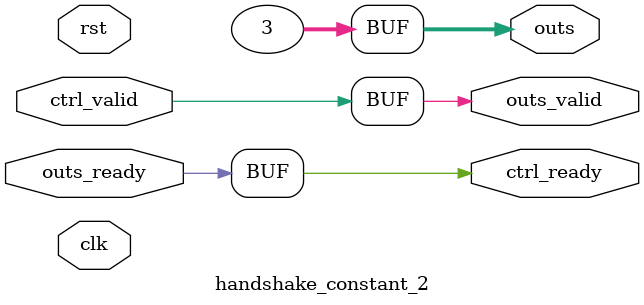
<source format=v>
`timescale 1ns / 1ps
module handshake_constant_2 #(
  parameter DATA_WIDTH = 32  // Default set to 32 bits
) (
  input                       clk,
  input                       rst,
  // Input Channel
  input                       ctrl_valid,
  output                      ctrl_ready,
  // Output Channel
  output [DATA_WIDTH - 1 : 0] outs,
  output                      outs_valid,
  input                       outs_ready
);
  assign outs       = 3'b011;
  assign outs_valid = ctrl_valid;
  assign ctrl_ready = outs_ready;

endmodule

</source>
